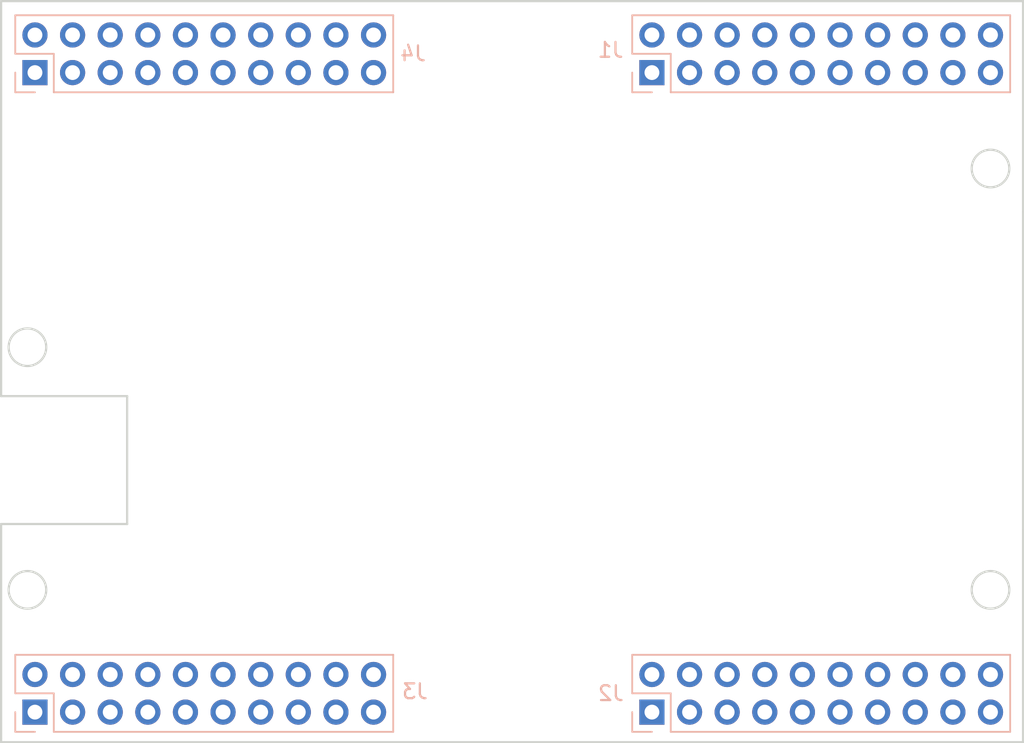
<source format=kicad_pcb>
(kicad_pcb (version 20241229) (generator "pcbnew") (generator_version "9.0")
  (layers (0 "F.Cu" signal) (2 "B.Cu" signal) (13 "F.Paste" user) (15 "B.Paste" user) (5 "F.SilkS" user "F.Silkscreen") (7 "B.SilkS" user "B.Silkscreen") (1 "F.Mask" user) (3 "B.Mask" user) (25 "Edge.Cuts" user))
  (net 0 "")
  (net 1 "P69")
  (net 2 "P75")
  (net 3 "P66")
  (net 4 "P56")
  (net 5 "P74")
  (net 6 "P72")
  (net 7 "P57")
  (net 8 "P58")
  (net 9 "P54")
  (net 10 "VCC")
  (net 11 "3.3V")
  (net 12 "P71")
  (net 13 "P68")
  (net 14 "P76")
  (net 15 "P55")
  (net 16 "P67")
  (net 17 "P70")
  (net 18 "GND")
  (net 19 "P73")
  (net 20 "P61")
  (net 21 "P36")
  (net 22 "P38")
  (net 23 "P44")
  (net 24 "P40")
  (net 25 "P53")
  (net 26 "P42")
  (net 27 "P49")
  (net 28 "P52")
  (net 29 "P47")
  (net 30 "P41")
  (net 31 "P51")
  (net 32 "P48")
  (net 33 "P37")
  (net 34 "P39")
  (net 35 "P33")
  (net 36 "P35")
  (net 37 "P43")
  (net 38 "P30")
  (net 39 "P34")
  (net 40 "P50")
  (net 41 "P16")
  (net 42 "P2")
  (net 43 "P19")
  (net 44 "P18")
  (net 45 "P3")
  (net 46 "P21")
  (net 47 "P1")
  (net 48 "P28")
  (net 49 "P4")
  (net 50 "P7")
  (net 51 "P17")
  (net 52 "P26")
  (net 53 "P15")
  (net 54 "P27")
  (net 55 "P29")
  (net 56 "P8")
  (net 57 "P5")
  (net 58 "P20")
  (net 59 "P6")
  (net 60 "P86")
  (net 61 "P98")
  (net 62 "P85")
  (net 63 "P78")
  (net 64 "P87")
  (net 65 "P82")
  (net 66 "P90")
  (net 67 "P81")
  (net 68 "P89")
  (net 69 "P99")
  (net 70 "P96")
  (net 71 "P100")
  (net 72 "P91")
  (net 73 "P97")
  (net 74 "P84")
  (net 75 "P83")
  (net 76 "P95")
  (net 77 "P77")
  (net 78 "P92")
  (net 79 "P88")
  (footprint "Connector_PinSocket_2.54mm:PinSocket_2x10_P2.54mm_Vertical" (layer "B.Cu") (at 65.913 94.361 -90)
    (property "Reference" "J4" (at -1.29 -25.527 0) (layer "B.SilkS") (effects (justify mirror)))
    (property "Value" "Conn_2x10" (hide yes))
    (fp_line (start -3.87 1.33) (end -1.270001 1.33) (stroke (width 0.12)) (layer "B.SilkS"))
    (fp_line (start -3.87 1.33) (end -3.87 -24.19) (stroke (width 0.12)) (layer "B.SilkS"))
    (fp_line (start -1.270001 1.33) (end -1.27 -1.27) (stroke (width 0.12)) (layer "B.SilkS"))
    (fp_line (start 0 1.33) (end 1.33 1.33) (stroke (width 0.12)) (layer "B.SilkS"))
    (fp_line (start 1.33 1.33) (end 1.33 0) (stroke (width 0.12)) (layer "B.SilkS"))
    (fp_line (start -1.27 -1.27) (end 1.33 -1.270001) (stroke (width 0.12)) (layer "B.SilkS"))
    (fp_line (start 1.33 -1.270001) (end 1.33 -24.19) (stroke (width 0.12)) (layer "B.SilkS"))
    (fp_line (start -3.87 -24.19) (end 1.33 -24.19) (stroke (width 0.12)) (layer "B.SilkS"))
    (pad "1" thru_hole rect (at 0 0 270) (size 1.7 1.7) (drill 1) (layers "*.Cu" "*.Mask") (net 71 "P100"))
    (pad "2" thru_hole circle (at -2.54 0 270) (size 1.7 1.7) (drill 1) (layers "*.Cu" "*.Mask") (net 69 "P99"))
    (pad "3" thru_hole circle (at 0 -2.54 270) (size 1.7 1.7) (drill 1) (layers "*.Cu" "*.Mask") (net 61 "P98"))
    (pad "4" thru_hole circle (at -2.54 -2.54 270) (size 1.7 1.7) (drill 1) (layers "*.Cu" "*.Mask") (net 73 "P97"))
    (pad "5" thru_hole circle (at 0 -5.079999 270) (size 1.7 1.7) (drill 1) (layers "*.Cu" "*.Mask") (net 70 "P96"))
    (pad "6" thru_hole circle (at -2.54 -5.08 270) (size 1.7 1.7) (drill 1) (layers "*.Cu" "*.Mask") (net 76 "P95"))
    (pad "7" thru_hole circle (at 0 -7.62 270) (size 1.7 1.7) (drill 1) (layers "*.Cu" "*.Mask") (net 78 "P92"))
    (pad "8" thru_hole circle (at -2.54 -7.62 270) (size 1.7 1.7) (drill 1) (layers "*.Cu" "*.Mask") (net 72 "P91"))
    (pad "9" thru_hole circle (at 0 -10.16 270) (size 1.7 1.7) (drill 1) (layers "*.Cu" "*.Mask") (net 66 "P90"))
    (pad "10" thru_hole circle (at -2.54 -10.16 270) (size 1.7 1.7) (drill 1) (layers "*.Cu" "*.Mask") (net 68 "P89"))
    (pad "11" thru_hole circle (at 0 -12.7 270) (size 1.7 1.7) (drill 1) (layers "*.Cu" "*.Mask") (net 79 "P88"))
    (pad "12" thru_hole circle (at -2.54 -12.7 270) (size 1.7 1.7) (drill 1) (layers "*.Cu" "*.Mask") (net 64 "P87"))
    (pad "13" thru_hole circle (at 0 -15.24 270) (size 1.7 1.7) (drill 1) (layers "*.Cu" "*.Mask") (net 60 "P86"))
    (pad "14" thru_hole circle (at -2.54 -15.24 270) (size 1.7 1.7) (drill 1) (layers "*.Cu" "*.Mask") (net 62 "P85"))
    (pad "15" thru_hole circle (at 0 -17.780001 270) (size 1.7 1.7) (drill 1) (layers "*.Cu" "*.Mask") (net 74 "P84"))
    (pad "16" thru_hole circle (at -2.54 -17.78 270) (size 1.7 1.7) (drill 1) (layers "*.Cu" "*.Mask") (net 75 "P83"))
    (pad "17" thru_hole circle (at 0 -20.32 270) (size 1.7 1.7) (drill 1) (layers "*.Cu" "*.Mask") (net 65 "P82"))
    (pad "18" thru_hole circle (at -2.54 -20.32 270) (size 1.7 1.7) (drill 1) (layers "*.Cu" "*.Mask") (net 67 "P81"))
    (pad "19" thru_hole circle (at 0 -22.86 270) (size 1.7 1.7) (drill 1) (layers "*.Cu" "*.Mask") (net 63 "P78"))
    (pad "20" thru_hole circle (at -2.54 -22.86 270) (size 1.7 1.7) (drill 1) (layers "*.Cu" "*.Mask") (net 77 "P77"))
  )
  (footprint "Connector_PinSocket_2.54mm:PinSocket_2x10_P2.54mm_Vertical" (layer "B.Cu") (at 107.569 94.361 -90)
    (property "Reference" "J1" (at -1.524 2.794 0) (layer "B.SilkS") (effects (justify mirror)))
    (property "Value" "Conn_2x10" (hide yes))
    (fp_line (start -3.87 1.33) (end -1.270001 1.33) (stroke (width 0.12)) (layer "B.SilkS"))
    (fp_line (start -3.87 1.33) (end -3.87 -24.19) (stroke (width 0.12)) (layer "B.SilkS"))
    (fp_line (start -1.270001 1.33) (end -1.27 -1.27) (stroke (width 0.12)) (layer "B.SilkS"))
    (fp_line (start 0 1.33) (end 1.33 1.33) (stroke (width 0.12)) (layer "B.SilkS"))
    (fp_line (start 1.33 1.33) (end 1.33 0) (stroke (width 0.12)) (layer "B.SilkS"))
    (fp_line (start -1.27 -1.27) (end 1.33 -1.270001) (stroke (width 0.12)) (layer "B.SilkS"))
    (fp_line (start 1.33 -1.270001) (end 1.33 -24.19) (stroke (width 0.12)) (layer "B.SilkS"))
    (fp_line (start -3.87 -24.19) (end 1.33 -24.19) (stroke (width 0.12)) (layer "B.SilkS"))
    (pad "1" thru_hole rect (at 0 0 270) (size 1.7 1.7) (drill 1) (layers "*.Cu" "*.Mask") (net 14 "P76"))
    (pad "2" thru_hole circle (at -2.54 0 270) (size 1.7 1.7) (drill 1) (layers "*.Cu" "*.Mask") (net 2 "P75"))
    (pad "3" thru_hole circle (at 0 -2.54 270) (size 1.7 1.7) (drill 1) (layers "*.Cu" "*.Mask") (net 5 "P74"))
    (pad "4" thru_hole circle (at -2.54 -2.54 270) (size 1.7 1.7) (drill 1) (layers "*.Cu" "*.Mask") (net 19 "P73"))
    (pad "5" thru_hole circle (at 0 -5.079999 270) (size 1.7 1.7) (drill 1) (layers "*.Cu" "*.Mask") (net 6 "P72"))
    (pad "6" thru_hole circle (at -2.54 -5.08 270) (size 1.7 1.7) (drill 1) (layers "*.Cu" "*.Mask") (net 12 "P71"))
    (pad "7" thru_hole circle (at 0 -7.62 270) (size 1.7 1.7) (drill 1) (layers "*.Cu" "*.Mask") (net 17 "P70"))
    (pad "8" thru_hole circle (at -2.54 -7.62 270) (size 1.7 1.7) (drill 1) (layers "*.Cu" "*.Mask") (net 1 "P69"))
    (pad "9" thru_hole circle (at 0 -10.16 270) (size 1.7 1.7) (drill 1) (layers "*.Cu" "*.Mask") (net 13 "P68"))
    (pad "10" thru_hole circle (at -2.54 -10.16 270) (size 1.7 1.7) (drill 1) (layers "*.Cu" "*.Mask") (net 16 "P67"))
    (pad "11" thru_hole circle (at 0 -12.7 270) (size 1.7 1.7) (drill 1) (layers "*.Cu" "*.Mask") (net 3 "P66"))
    (pad "12" thru_hole circle (at -2.54 -12.7 270) (size 1.7 1.7) (drill 1) (layers "*.Cu" "*.Mask") (net 20 "P61"))
    (pad "13" thru_hole circle (at 0 -15.24 270) (size 1.7 1.7) (drill 1) (layers "*.Cu" "*.Mask") (net 8 "P58"))
    (pad "14" thru_hole circle (at -2.54 -15.24 270) (size 1.7 1.7) (drill 1) (layers "*.Cu" "*.Mask") (net 7 "P57"))
    (pad "15" thru_hole circle (at 0 -17.780001 270) (size 1.7 1.7) (drill 1) (layers "*.Cu" "*.Mask") (net 4 "P56"))
    (pad "16" thru_hole circle (at -2.54 -17.78 270) (size 1.7 1.7) (drill 1) (layers "*.Cu" "*.Mask") (net 15 "P55"))
    (pad "17" thru_hole circle (at 0 -20.32 270) (size 1.7 1.7) (drill 1) (layers "*.Cu" "*.Mask") (net 10 "VCC"))
    (pad "18" thru_hole circle (at -2.54 -20.32 270) (size 1.7 1.7) (drill 1) (layers "*.Cu" "*.Mask") (net 18 "GND"))
    (pad "19" thru_hole circle (at 0 -22.86 270) (size 1.7 1.7) (drill 1) (layers "*.Cu" "*.Mask") (net 11 "3.3V"))
    (pad "20" thru_hole circle (at -2.54 -22.86 270) (size 1.7 1.7) (drill 1) (layers "*.Cu" "*.Mask") (net 9 "P54"))
  )
  (footprint "Connector_PinSocket_2.54mm:PinSocket_2x10_P2.54mm_Vertical" (layer "B.Cu") (at 65.913 137.541 -90)
    (property "Reference" "J3" (at -1.397 -25.654 180) (layer "B.SilkS") (effects (justify mirror)))
    (property "Value" "Conn_2x10" (hide yes))
    (fp_line (start -3.87 1.33) (end -1.270001 1.33) (stroke (width 0.12)) (layer "B.SilkS"))
    (fp_line (start -3.87 1.33) (end -3.87 -24.19) (stroke (width 0.12)) (layer "B.SilkS"))
    (fp_line (start -1.270001 1.33) (end -1.27 -1.27) (stroke (width 0.12)) (layer "B.SilkS"))
    (fp_line (start 0 1.33) (end 1.33 1.33) (stroke (width 0.12)) (layer "B.SilkS"))
    (fp_line (start 1.33 1.33) (end 1.33 0) (stroke (width 0.12)) (layer "B.SilkS"))
    (fp_line (start -1.27 -1.27) (end 1.33 -1.270001) (stroke (width 0.12)) (layer "B.SilkS"))
    (fp_line (start 1.33 -1.270001) (end 1.33 -24.19) (stroke (width 0.12)) (layer "B.SilkS"))
    (fp_line (start -3.87 -24.19) (end 1.33 -24.19) (stroke (width 0.12)) (layer "B.SilkS"))
    (pad "1" thru_hole rect (at 0 0 270) (size 1.7 1.7) (drill 1) (layers "*.Cu" "*.Mask") (net 42 "P2"))
    (pad "2" thru_hole circle (at -2.54 0 270) (size 1.7 1.7) (drill 1) (layers "*.Cu" "*.Mask") (net 47 "P1"))
    (pad "3" thru_hole circle (at 0 -2.54 270) (size 1.7 1.7) (drill 1) (layers "*.Cu" "*.Mask") (net 49 "P4"))
    (pad "4" thru_hole circle (at -2.54 -2.54 270) (size 1.7 1.7) (drill 1) (layers "*.Cu" "*.Mask") (net 45 "P3"))
    (pad "5" thru_hole circle (at 0 -5.079999 270) (size 1.7 1.7) (drill 1) (layers "*.Cu" "*.Mask") (net 59 "P6"))
    (pad "6" thru_hole circle (at -2.54 -5.08 270) (size 1.7 1.7) (drill 1) (layers "*.Cu" "*.Mask") (net 57 "P5"))
    (pad "7" thru_hole circle (at 0 -7.62 270) (size 1.7 1.7) (drill 1) (layers "*.Cu" "*.Mask") (net 56 "P8"))
    (pad "8" thru_hole circle (at -2.54 -7.62 270) (size 1.7 1.7) (drill 1) (layers "*.Cu" "*.Mask") (net 50 "P7"))
    (pad "9" thru_hole circle (at 0 -10.16 270) (size 1.7 1.7) (drill 1) (layers "*.Cu" "*.Mask") (net 41 "P16"))
    (pad "10" thru_hole circle (at -2.54 -10.16 270) (size 1.7 1.7) (drill 1) (layers "*.Cu" "*.Mask") (net 53 "P15"))
    (pad "11" thru_hole circle (at 0 -12.7 270) (size 1.7 1.7) (drill 1) (layers "*.Cu" "*.Mask") (net 44 "P18"))
    (pad "12" thru_hole circle (at -2.54 -12.7 270) (size 1.7 1.7) (drill 1) (layers "*.Cu" "*.Mask") (net 51 "P17"))
    (pad "13" thru_hole circle (at 0 -15.24 270) (size 1.7 1.7) (drill 1) (layers "*.Cu" "*.Mask") (net 58 "P20"))
    (pad "14" thru_hole circle (at -2.54 -15.24 270) (size 1.7 1.7) (drill 1) (layers "*.Cu" "*.Mask") (net 43 "P19"))
    (pad "15" thru_hole circle (at 0 -17.780001 270) (size 1.7 1.7) (drill 1) (layers "*.Cu" "*.Mask") (net 46 "P21"))
    (pad "16" thru_hole circle (at -2.54 -17.78 270) (size 1.7 1.7) (drill 1) (layers "*.Cu" "*.Mask") (net 18 "GND"))
    (pad "17" thru_hole circle (at 0 -20.32 270) (size 1.7 1.7) (drill 1) (layers "*.Cu" "*.Mask") (net 54 "P27"))
    (pad "18" thru_hole circle (at -2.54 -20.32 270) (size 1.7 1.7) (drill 1) (layers "*.Cu" "*.Mask") (net 52 "P26"))
    (pad "19" thru_hole circle (at 0 -22.86 270) (size 1.7 1.7) (drill 1) (layers "*.Cu" "*.Mask") (net 55 "P29"))
    (pad "20" thru_hole circle (at -2.54 -22.86 270) (size 1.7 1.7) (drill 1) (layers "*.Cu" "*.Mask") (net 48 "P28"))
  )
  (footprint "Connector_PinSocket_2.54mm:PinSocket_2x10_P2.54mm_Vertical" (layer "B.Cu") (at 107.569 137.541 -90)
    (property "Reference" "J2" (at -1.27 2.77 0) (layer "B.SilkS") (effects (justify mirror)))
    (property "Value" "Conn_2x10" (hide yes))
    (fp_line (start -3.87 1.33) (end -1.270001 1.33) (stroke (width 0.12)) (layer "B.SilkS"))
    (fp_line (start -3.87 1.33) (end -3.87 -24.19) (stroke (width 0.12)) (layer "B.SilkS"))
    (fp_line (start -1.270001 1.33) (end -1.27 -1.27) (stroke (width 0.12)) (layer "B.SilkS"))
    (fp_line (start 0 1.33) (end 1.33 1.33) (stroke (width 0.12)) (layer "B.SilkS"))
    (fp_line (start 1.33 1.33) (end 1.33 0) (stroke (width 0.12)) (layer "B.SilkS"))
    (fp_line (start -1.27 -1.27) (end 1.33 -1.270001) (stroke (width 0.12)) (layer "B.SilkS"))
    (fp_line (start 1.33 -1.270001) (end 1.33 -24.19) (stroke (width 0.12)) (layer "B.SilkS"))
    (fp_line (start -3.87 -24.19) (end 1.33 -24.19) (stroke (width 0.12)) (layer "B.SilkS"))
    (pad "1" thru_hole rect (at 0 0 270) (size 1.7 1.7) (drill 1) (layers "*.Cu" "*.Mask") (net 38 "P30"))
    (pad "2" thru_hole circle (at -2.54 0 270) (size 1.7 1.7) (drill 1) (layers "*.Cu" "*.Mask") (net 35 "P33"))
    (pad "3" thru_hole circle (at 0 -2.54 270) (size 1.7 1.7) (drill 1) (layers "*.Cu" "*.Mask") (net 39 "P34"))
    (pad "4" thru_hole circle (at -2.54 -2.54 270) (size 1.7 1.7) (drill 1) (layers "*.Cu" "*.Mask") (net 36 "P35"))
    (pad "5" thru_hole circle (at 0 -5.079999 270) (size 1.7 1.7) (drill 1) (layers "*.Cu" "*.Mask") (net 21 "P36"))
    (pad "6" thru_hole circle (at -2.54 -5.08 270) (size 1.7 1.7) (drill 1) (layers "*.Cu" "*.Mask") (net 33 "P37"))
    (pad "7" thru_hole circle (at 0 -7.62 270) (size 1.7 1.7) (drill 1) (layers "*.Cu" "*.Mask") (net 22 "P38"))
    (pad "8" thru_hole circle (at -2.54 -7.62 270) (size 1.7 1.7) (drill 1) (layers "*.Cu" "*.Mask") (net 34 "P39"))
    (pad "9" thru_hole circle (at 0 -10.16 270) (size 1.7 1.7) (drill 1) (layers "*.Cu" "*.Mask") (net 24 "P40"))
    (pad "10" thru_hole circle (at -2.54 -10.16 270) (size 1.7 1.7) (drill 1) (layers "*.Cu" "*.Mask") (net 30 "P41"))
    (pad "11" thru_hole circle (at 0 -12.7 270) (size 1.7 1.7) (drill 1) (layers "*.Cu" "*.Mask") (net 26 "P42"))
    (pad "12" thru_hole circle (at -2.54 -12.7 270) (size 1.7 1.7) (drill 1) (layers "*.Cu" "*.Mask") (net 37 "P43"))
    (pad "13" thru_hole circle (at 0 -15.24 270) (size 1.7 1.7) (drill 1) (layers "*.Cu" "*.Mask") (net 23 "P44"))
    (pad "14" thru_hole circle (at -2.54 -15.24 270) (size 1.7 1.7) (drill 1) (layers "*.Cu" "*.Mask") (net 29 "P47"))
    (pad "15" thru_hole circle (at 0 -17.780001 270) (size 1.7 1.7) (drill 1) (layers "*.Cu" "*.Mask") (net 32 "P48"))
    (pad "16" thru_hole circle (at -2.54 -17.78 270) (size 1.7 1.7) (drill 1) (layers "*.Cu" "*.Mask") (net 27 "P49"))
    (pad "17" thru_hole circle (at 0 -20.32 270) (size 1.7 1.7) (drill 1) (layers "*.Cu" "*.Mask") (net 40 "P50"))
    (pad "18" thru_hole circle (at -2.54 -20.32 270) (size 1.7 1.7) (drill 1) (layers "*.Cu" "*.Mask") (net 31 "P51"))
    (pad "19" thru_hole circle (at 0 -22.86 270) (size 1.7 1.7) (drill 1) (layers "*.Cu" "*.Mask") (net 28 "P52"))
    (pad "20" thru_hole circle (at -2.54 -22.86 270) (size 1.7 1.7) (drill 1) (layers "*.Cu" "*.Mask") (net 25 "P53"))
  )
  (gr_circle (center 130.429 129.286) (end 131.699 129.286) (stroke (width 0.15)) (fill no) (layer "Edge.Cuts"))
  (gr_line (start 63.627 139.573) (end 132.627 139.573) (stroke (width 0.15)) (layer "Edge.Cuts"))
  (gr_line (start 132.627 125.222) (end 132.627 103.759) (stroke (width 0.15)) (layer "Edge.Cuts"))
  (gr_line (start 132.627 89.535) (end 63.627 89.535) (stroke (width 0.15)) (layer "Edge.Cuts"))
  (gr_line (start 132.627 89.535) (end 132.627 103.759) (stroke (width 0.15)) (layer "Edge.Cuts"))
  (gr_circle (center 65.405 129.286) (end 66.675 129.286) (stroke (width 0.15)) (fill no) (layer "Edge.Cuts"))
  (gr_line (start 72.136 116.205) (end 72.136 124.841) (stroke (width 0.15)) (layer "Edge.Cuts"))
  (gr_line (start 63.627 116.205) (end 63.627 89.535) (stroke (width 0.15)) (layer "Edge.Cuts"))
  (gr_line (start 63.627 116.205) (end 72.136 116.205) (stroke (width 0.15)) (layer "Edge.Cuts"))
  (gr_line (start 63.627 124.841) (end 63.627 139.573) (stroke (width 0.15)) (layer "Edge.Cuts"))
  (gr_circle (center 65.405 112.903) (end 66.675 112.903) (stroke (width 0.15)) (fill no) (layer "Edge.Cuts"))
  (gr_circle (center 130.429 100.838) (end 131.699 100.838) (stroke (width 0.15)) (fill no) (layer "Edge.Cuts"))
  (gr_line (start 132.627 125.222) (end 132.627 139.573) (stroke (width 0.15)) (layer "Edge.Cuts"))
  (gr_line (start 72.136 124.841) (end 63.627 124.841) (stroke (width 0.15)) (layer "Edge.Cuts"))
)
</source>
